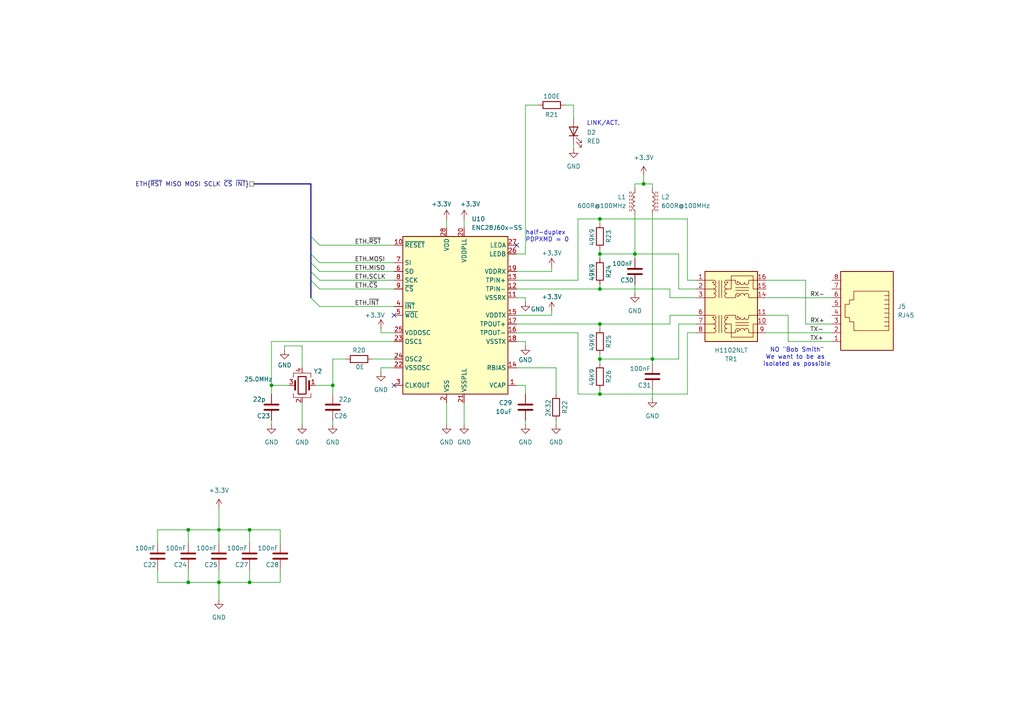
<source format=kicad_sch>
(kicad_sch (version 20250114) (generator "eeschema") (generator_version "9.0")
  (paper "A4")
  (title_block (title "A500 SD plus controller") (date "2025-10-19") (rev "1.0") (company "Dennis van Weeren"))
  (lib_symbols
    (symbol "Connector:RJ45" (pin_names (offset 1.016))
      (property "Reference" "J" (at -5.08 13.97 0))
      (property "Value" "RJ45" (at 2.54 13.97 0))
      (symbol "RJ45_0_1"
        (polyline (pts (xy -6.35 1.905) (xy -5.08 1.905) (xy -5.08 1.905)))
        (polyline (pts (xy -6.35 0.635) (xy -5.08 0.635) (xy -5.08 0.635)))
        (polyline (pts (xy -6.35 -0.635) (xy -5.08 -0.635) (xy -5.08 -0.635)))
        (polyline (pts (xy -6.35 -1.905) (xy -5.08 -1.905) (xy -5.08 -1.905)))
        (polyline (pts (xy -6.35 -3.175) (xy -5.08 -3.175) (xy -5.08 -3.175)))
        (polyline (pts (xy -6.35 -4.445) (xy -6.35 6.985) (xy 3.81 6.985) (xy 3.81 4.445) (xy 5.08 4.445) (xy 5.08 3.175) (xy 6.35 3.175) (xy 6.35 -0.635) (xy 5.08 -0.635) (xy 5.08 -1.905) (xy 3.81 -1.905) (xy 3.81 -4.445) (xy -6.35 -4.445) (xy -6.35 -4.445)))
        (polyline (pts (xy -5.08 5.715) (xy -6.35 5.715)))
        (polyline (pts (xy -5.08 4.445) (xy -6.35 4.445)))
        (polyline (pts (xy -5.08 3.175) (xy -6.35 3.175) (xy -6.35 3.175)))
        (rectangle (start 7.62 12.7) (end -7.62 -10.16) (stroke (width 0.254)) (fill (type background)))
      )
      (symbol "RJ45_1_1"
        (pin passive line (at 10.16 10.16 180) (length 2.54) (name "~") (number "8"))
        (pin passive line (at 10.16 7.62 180) (length 2.54) (name "~") (number "7"))
        (pin passive line (at 10.16 5.08 180) (length 2.54) (name "~") (number "6"))
        (pin passive line (at 10.16 2.54 180) (length 2.54) (name "~") (number "5"))
        (pin passive line (at 10.16 0 180) (length 2.54) (name "~") (number "4"))
        (pin passive line (at 10.16 -2.54 180) (length 2.54) (name "~") (number "3"))
        (pin passive line (at 10.16 -5.08 180) (length 2.54) (name "~") (number "2"))
        (pin passive line (at 10.16 -7.62 180) (length 2.54) (name "~") (number "1"))
      )
    )
    (symbol "Device:C" (pin_numbers (hide yes)) (pin_names (offset 0.254))
      (property "Reference" "C" (at 0.635 2.54 0))
      (property "Value" "C" (at 0.635 -2.54 0))
      (symbol "C_0_1"
        (polyline (pts (xy -2.032 0.762) (xy 2.032 0.762)) (stroke (width 0.508)))
        (polyline (pts (xy -2.032 -0.762) (xy 2.032 -0.762)) (stroke (width 0.508)))
      )
      (symbol "C_1_1"
        (pin passive line (at 0 3.81 270) (length 2.794) (name "~") (number "1"))
        (pin passive line (at 0 -3.81 90) (length 2.794) (name "~") (number "2"))
      )
    )
    (symbol "Device:Crystal_GND24" (pin_names (offset 1.016) (hide yes))
      (property "Reference" "Y" (at 3.175 5.08 0))
      (property "Value" "Crystal_GND24" (at 3.175 3.175 0))
      (symbol "Crystal_GND24_0_1"
        (polyline (pts (xy -2.54 2.286) (xy -2.54 3.556) (xy 2.54 3.556) (xy 2.54 2.286)))
        (polyline (pts (xy -2.54 0) (xy -2.032 0)))
        (polyline (pts (xy -2.54 -2.286) (xy -2.54 -3.556) (xy 2.54 -3.556) (xy 2.54 -2.286)))
        (polyline (pts (xy -2.032 -1.27) (xy -2.032 1.27)) (stroke (width 0.508)))
        (rectangle (start -1.143 2.54) (end 1.143 -2.54) (stroke (width 0.3048)))
        (polyline (pts (xy 0 3.556) (xy 0 3.81)))
        (polyline (pts (xy 0 -3.81) (xy 0 -3.556)))
        (polyline (pts (xy 2.032 0) (xy 2.54 0)))
        (polyline (pts (xy 2.032 -1.27) (xy 2.032 1.27)) (stroke (width 0.508)))
      )
      (symbol "Crystal_GND24_1_1"
        (pin passive line (at -3.81 0 0) (length 1.27) (name "1") (number "1"))
        (pin passive line (at 0 5.08 270) (length 1.27) (name "2") (number "2"))
        (pin passive line (at 0 -5.08 90) (length 1.27) (name "4") (number "4"))
        (pin passive line (at 3.81 0 180) (length 1.27) (name "3") (number "3"))
      )
    )
    (symbol "Device:LED" (pin_numbers (hide yes)) (pin_names (offset 1.016) (hide yes))
      (property "Reference" "D" (at 0 2.54 0))
      (property "Value" "LED" (at 0 -2.54 0))
      (symbol "LED_0_1"
        (polyline (pts (xy -3.048 -0.762) (xy -4.572 -2.286) (xy -3.81 -2.286) (xy -4.572 -2.286) (xy -4.572 -1.524)))
        (polyline (pts (xy -1.778 -0.762) (xy -3.302 -2.286) (xy -2.54 -2.286) (xy -3.302 -2.286) (xy -3.302 -1.524)))
        (polyline (pts (xy -1.27 0) (xy 1.27 0)))
        (polyline (pts (xy -1.27 -1.27) (xy -1.27 1.27)) (stroke (width 0.254)))
        (polyline (pts (xy 1.27 -1.27) (xy 1.27 1.27) (xy -1.27 0) (xy 1.27 -1.27)) (stroke (width 0.254)))
      )
      (symbol "LED_1_1"
        (pin passive line (at -3.81 0 0) (length 2.54) (name "K") (number "1"))
        (pin passive line (at 3.81 0 180) (length 2.54) (name "A") (number "2"))
      )
    )
    (symbol "Device:L_Ferrite" (pin_numbers (hide yes)) (pin_names (offset 1.016) (hide yes))
      (property "Reference" "L" (at -1.27 0 90))
      (property "Value" "L_Ferrite" (at 2.794 0 90))
      (symbol "L_Ferrite_0_1"
        (arc (start 0 2.54) (mid 0.6323 1.905) (end 0 1.27))
        (arc (start 0 1.27) (mid 0.6323 0.635) (end 0 0))
        (arc (start 0 0) (mid 0.6323 -0.635) (end 0 -1.27))
        (arc (start 0 -1.27) (mid 0.6323 -1.905) (end 0 -2.54))
        (polyline (pts (xy 1.016 2.286) (xy 1.016 2.794)))
        (polyline (pts (xy 1.016 1.27) (xy 1.016 1.778)))
        (polyline (pts (xy 1.016 0.254) (xy 1.016 0.762)))
        (polyline (pts (xy 1.016 -0.762) (xy 1.016 -0.254)))
        (polyline (pts (xy 1.016 -1.778) (xy 1.016 -1.27)))
        (polyline (pts (xy 1.016 -2.794) (xy 1.016 -2.286)))
        (polyline (pts (xy 1.524 2.794) (xy 1.524 2.286)))
        (polyline (pts (xy 1.524 1.778) (xy 1.524 1.27)))
        (polyline (pts (xy 1.524 0.762) (xy 1.524 0.254)))
        (polyline (pts (xy 1.524 -0.254) (xy 1.524 -0.762)))
        (polyline (pts (xy 1.524 -1.27) (xy 1.524 -1.778)))
        (polyline (pts (xy 1.524 -2.286) (xy 1.524 -2.794)))
      )
      (symbol "L_Ferrite_1_1"
        (pin passive line (at 0 3.81 270) (length 1.27) (name "1") (number "1"))
        (pin passive line (at 0 -3.81 90) (length 1.27) (name "2") (number "2"))
      )
    )
    (symbol "Device:R" (pin_numbers (hide yes)) (pin_names (offset 0))
      (property "Reference" "R" (at 2.032 0 90))
      (property "Value" "R" (at 0 0 90))
      (symbol "R_0_1"
        (rectangle (start -1.016 -2.54) (end 1.016 2.54) (stroke (width 0.254)))
      )
      (symbol "R_1_1"
        (pin passive line (at 0 3.81 270) (length 1.27) (name "~") (number "1"))
        (pin passive line (at 0 -3.81 90) (length 1.27) (name "~") (number "2"))
      )
    )
    (symbol "Interface_Ethernet:ENC28J60x-SS"
      (property "Reference" "U" (at -13.97 24.13 0))
      (property "Value" "ENC28J60x-SS" (at 5.08 24.13 0))
      (symbol "ENC28J60x-SS_0_1"
        (rectangle (start -15.24 22.86) (end 15.24 -22.86) (stroke (width 0.254)) (fill (type background)))
      )
      (symbol "ENC28J60x-SS_1_1"
        (pin input line (at -17.78 20.32 0) (length 2.54) (name "~{RESET}") (number "10"))
        (pin input line (at -17.78 15.24 0) (length 2.54) (name "SI") (number "7"))
        (pin output line (at -17.78 12.7 0) (length 2.54) (name "SO") (number "6"))
        (pin input line (at -17.78 10.16 0) (length 2.54) (name "SCK") (number "8"))
        (pin input line (at -17.78 7.62 0) (length 2.54) (name "~{CS}") (number "9"))
        (pin output line (at -17.78 2.54 0) (length 2.54) (name "~{INT}") (number "4"))
        (pin output line (at -17.78 0 0) (length 2.54) (name "~{WOL}") (number "5"))
        (pin power_in line (at -17.78 -5.08 0) (length 2.54) (name "VDDOSC") (number "25"))
        (pin input line (at -17.78 -7.62 0) (length 2.54) (name "OSC1") (number "23"))
        (pin input line (at -17.78 -12.7 0) (length 2.54) (name "OSC2") (number "24"))
        (pin power_in line (at -17.78 -15.24 0) (length 2.54) (name "VSSOSC") (number "22"))
        (pin output line (at -17.78 -20.32 0) (length 2.54) (name "CLKOUT") (number "3"))
        (pin power_in line (at -2.54 25.4 270) (length 2.54) (name "VDD") (number "28"))
        (pin power_in line (at -2.54 -25.4 90) (length 2.54) (name "VSS") (number "2"))
        (pin power_in line (at 2.54 25.4 270) (length 2.54) (name "VDDPLL") (number "20"))
        (pin power_in line (at 2.54 -25.4 90) (length 2.54) (name "VSSPLL") (number "21"))
        (pin output line (at 17.78 20.32 180) (length 2.54) (name "LEDA") (number "27"))
        (pin output line (at 17.78 17.78 180) (length 2.54) (name "LEDB") (number "26"))
        (pin power_in line (at 17.78 12.7 180) (length 2.54) (name "VDDRX") (number "19"))
        (pin input line (at 17.78 10.16 180) (length 2.54) (name "TPIN+") (number "13"))
        (pin input line (at 17.78 7.62 180) (length 2.54) (name "TPIN-") (number "12"))
        (pin power_in line (at 17.78 5.08 180) (length 2.54) (name "VSSRX") (number "11"))
        (pin power_in line (at 17.78 0 180) (length 2.54) (name "VDDTX") (number "15"))
        (pin output line (at 17.78 -2.54 180) (length 2.54) (name "TPOUT+") (number "17"))
        (pin output line (at 17.78 -5.08 180) (length 2.54) (name "TPOUT-") (number "16"))
        (pin power_in line (at 17.78 -7.62 180) (length 2.54) (name "VSSTX") (number "18"))
        (pin input line (at 17.78 -15.24 180) (length 2.54) (name "RBIAS") (number "14"))
        (pin input line (at 17.78 -20.32 180) (length 2.54) (name "VCAP") (number "1"))
      )
    )
    (symbol "Transformer:PT61017PEL" (pin_names (hide yes))
      (property "Reference" "TR" (at 0 10.795 0))
      (property "Value" "PT61017PEL" (at 0 -10.795 0))
      (symbol "PT61017PEL_0_1"
        (rectangle (start -7.62 10.16) (end 7.62 -10.16) (stroke (width 0.254)) (fill (type background)))
        (circle (center -5.207 3.175) (radius 0.1778))
        (arc (start -5.08 7.62) (mid -4.4477 6.985) (end -5.08 6.35))
        (polyline (pts (xy -5.08 7.62) (xy -7.62 7.62)))
        (polyline (pts (xy -5.08 5.08) (xy -7.62 5.08)))
        (polyline (pts (xy -5.08 2.54) (xy -7.62 2.54)))
        (polyline (pts (xy -3.556 2.54) (xy -3.556 7.62)))
        (polyline (pts (xy -3.556 -2.54) (xy -3.556 -7.62)))
        (polyline (pts (xy -2.794 7.62) (xy -2.794 2.54)))
        (polyline (pts (xy -2.794 -7.62) (xy -2.794 -2.54)))
        (polyline (pts (xy -1.27 5.08) (xy 0 5.08) (xy 0 8.89) (xy 6.35 8.89) (xy 6.35 5.08) (xy 7.62 5.08)))
        (polyline (pts (xy -1.27 2.54) (xy 1.27 2.54) (xy 1.27 3.175)))
        (polyline (pts (xy 1.27 6.985) (xy 1.27 7.62) (xy -1.27 7.62)))
        (polyline (pts (xy 1.27 5.461) (xy 5.08 5.461)))
        (polyline (pts (xy 1.27 4.699) (xy 5.08 4.699)))
        (polyline (pts (xy 5.08 6.985) (xy 5.08 7.62) (xy 7.62 7.62)))
        (polyline (pts (xy 5.08 3.175) (xy 5.08 2.54) (xy 7.62 2.54)))
      )
      (symbol "PT61017PEL_1_1"
        (circle (center -5.207 -6.985) (radius 0.1778))
        (arc (start -5.08 6.35) (mid -4.4477 5.715) (end -5.08 5.08))
        (arc (start -5.08 5.08) (mid -4.4477 4.445) (end -5.08 3.81))
        (arc (start -5.08 3.81) (mid -4.4477 3.175) (end -5.08 2.54))
        (arc (start -5.08 -2.54) (mid -4.4477 -3.175) (end -5.08 -3.81))
        (arc (start -5.08 -3.81) (mid -4.4477 -4.445) (end -5.08 -5.08))
        (arc (start -5.08 -5.08) (mid -4.4477 -5.715) (end -5.08 -6.35))
        (arc (start -5.08 -6.35) (mid -4.4477 -6.985) (end -5.08 -7.62))
        (polyline (pts (xy -5.08 -2.54) (xy -7.62 -2.54)))
        (polyline (pts (xy -5.08 -5.08) (xy -7.62 -5.08)))
        (polyline (pts (xy -5.08 -7.62) (xy -7.62 -7.62)))
        (polyline (pts (xy -1.27 -7.62) (xy 1.27 -7.62) (xy 1.27 -6.985)))
        (arc (start -1.27 6.35) (mid -1.9023 6.985) (end -1.27 7.62))
        (arc (start -1.27 5.08) (mid -1.9023 5.715) (end -1.27 6.35))
        (arc (start -1.27 3.81) (mid -1.9023 4.445) (end -1.27 5.08))
        (arc (start -1.27 2.54) (mid -1.9023 3.175) (end -1.27 3.81))
        (arc (start -1.27 -3.81) (mid -1.9023 -3.175) (end -1.27 -2.54))
        (arc (start -1.27 -5.08) (mid -1.9023 -4.445) (end -1.27 -3.81))
        (arc (start -1.27 -6.35) (mid -1.9023 -5.715) (end -1.27 -5.08))
        (arc (start -1.27 -7.62) (mid -1.9023 -6.985) (end -1.27 -6.35))
        (circle (center -1.143 3.175) (radius 0.1778))
        (circle (center -1.143 -6.985) (radius 0.1778))
        (polyline (pts (xy 1.27 -3.175) (xy 1.27 -2.54) (xy -1.27 -2.54)))
        (polyline (pts (xy 1.27 -4.699) (xy 5.08 -4.699)))
        (polyline (pts (xy 1.27 -5.461) (xy 5.08 -5.461)))
        (circle (center 1.905 7.112) (radius 0.1778))
        (arc (start 2.54 6.985) (mid 1.905 6.3527) (end 1.27 6.985))
        (arc (start 1.27 3.175) (mid 1.905 3.8073) (end 2.54 3.175))
        (circle (center 1.905 3.048) (radius 0.1778))
        (circle (center 1.905 -3.048) (radius 0.1778))
        (arc (start 2.54 -3.175) (mid 1.905 -3.8073) (end 1.27 -3.175))
        (arc (start 1.27 -6.985) (mid 1.905 -6.3527) (end 2.54 -6.985))
        (circle (center 1.905 -7.112) (radius 0.1778))
        (arc (start 3.81 6.985) (mid 3.175 6.3527) (end 2.54 6.985))
        (arc (start 2.54 3.175) (mid 3.175 3.8073) (end 3.81 3.175))
        (arc (start 3.81 -3.175) (mid 3.175 -3.8073) (end 2.54 -3.175))
        (arc (start 2.54 -6.985) (mid 3.175 -6.3527) (end 3.81 -6.985))
        (arc (start 5.08 6.985) (mid 4.445 6.3527) (end 3.81 6.985))
        (arc (start 3.81 3.175) (mid 4.445 3.8073) (end 5.08 3.175))
        (arc (start 5.08 -3.175) (mid 4.445 -3.8073) (end 3.81 -3.175))
        (arc (start 3.81 -6.985) (mid 4.445 -6.3527) (end 5.08 -6.985))
        (polyline (pts (xy 5.08 -3.175) (xy 5.08 -2.54) (xy 7.62 -2.54)))
        (polyline (pts (xy 5.08 -6.985) (xy 5.08 -7.62) (xy 7.62 -7.62)))
        (polyline (pts (xy 7.62 -5.08) (xy 6.35 -5.08) (xy 6.35 -8.89) (xy 0 -8.89) (xy 0 -5.08) (xy -1.27 -5.08)))
        (pin passive line (at -10.16 7.62 0) (length 2.54) (name "RD-") (number "8"))
        (pin passive line (at -10.16 5.08 0) (length 2.54) (name "C_RD") (number "7"))
        (pin passive line (at -10.16 2.54 0) (length 2.54) (name "RD+") (number "6"))
        (pin passive line (at -10.16 -2.54 0) (length 2.54) (name "TD-") (number "3"))
        (pin passive line (at -10.16 -5.08 0) (length 2.54) (name "C_TD") (number "2"))
        (pin passive line (at -10.16 -7.62 0) (length 2.54) (name "TD+") (number "1"))
        (pin passive line (at 10.16 7.62 180) (length 2.54) (name "RX-") (number "9"))
        (pin passive line (at 10.16 5.08 180) (length 2.54) (name "C_RX") (number "10"))
        (pin passive line (at 10.16 2.54 180) (length 2.54) (name "RX+") (number "11"))
        (pin passive line (at 10.16 -2.54 180) (length 2.54) (name "TX-") (number "14"))
        (pin passive line (at 10.16 -5.08 180) (length 2.54) (name "C_TX") (number "15"))
        (pin passive line (at 10.16 -7.62 180) (length 2.54) (name "TX+") (number "16"))
      )
    )
    (symbol "power:+3.3V" (power) (pin_numbers (hide yes)) (pin_names (offset 0) (hide yes))
      (property "Value" "+3.3V" (at 0 3.556 0))
      (symbol "+3.3V_0_1"
        (polyline (pts (xy -0.762 1.27) (xy 0 2.54)))
        (polyline (pts (xy 0 2.54) (xy 0.762 1.27)))
        (polyline (pts (xy 0 0) (xy 0 2.54)))
      )
      (symbol "+3.3V_1_1"
        (pin power_in line (at 0 0 90) (length 0) (name "~") (number "1"))
      )
    )
    (symbol "power:GND" (power) (pin_numbers (hide yes)) (pin_names (offset 0) (hide yes))
      (property "Value" "GND" (at 0 -3.81 0))
      (symbol "GND_0_1"
        (polyline (pts (xy 0 0) (xy 0 -1.27) (xy 1.27 -1.27) (xy 0 -2.54) (xy -1.27 -1.27) (xy 0 -1.27)))
      )
      (symbol "GND_1_1"
        (pin power_in line (at 0 0 270) (length 0) (name "~") (number "1"))
      )
    )
  )
  (text "LINK/ACT." (at 175.006 35.814 0) (effects (font (size 1.27 1.27))))
  (text "NO \"Bob Smith\"\nWe want to be as \nisolated as possible" (at 231.14 103.632 0) (effects (font (size 1.27 1.27))))
  (text "half-duplex\nPDPXMD = 0" (at 152.4 68.58 0) (effects (font (size 1.27 1.27)) (justify left)))
  (junction (at 54.61 153.67))
  (junction (at 63.5 153.67))
  (junction (at 96.52 111.76))
  (junction (at 72.39 168.91))
  (junction (at 173.99 63.5))
  (junction (at 72.39 153.67))
  (junction (at 78.74 111.76))
  (junction (at 173.99 83.82))
  (junction (at 189.23 104.14))
  (junction (at 173.99 104.14))
  (junction (at 173.99 93.98))
  (junction (at 63.5 168.91))
  (junction (at 173.99 73.66))
  (junction (at 184.15 73.66))
  (junction (at 173.99 114.3))
  (junction (at 186.69 53.34))
  (junction (at 54.61 168.91))
  (no_connect (at 114.3 111.76))
  (no_connect (at 149.86 71.12))
  (no_connect (at 114.3 91.44))
  (bus_entry (at 90.17 78.74) (size 2.54 2.54))
  (bus_entry (at 90.17 86.36) (size 2.54 2.54))
  (bus_entry (at 90.17 81.28) (size 2.54 2.54))
  (bus_entry (at 90.17 73.66) (size 2.54 2.54))
  (bus_entry (at 90.17 68.58) (size 2.54 2.54))
  (bus_entry (at 90.17 76.2) (size 2.54 2.54))
  (wire (pts (xy 201.93 93.98) (xy 196.85 93.98)))
  (wire (pts (xy 45.72 157.48) (xy 45.72 153.67)))
  (wire (pts (xy 54.61 153.67) (xy 54.61 157.48)))
  (wire (pts (xy 160.02 91.44) (xy 160.02 90.17)))
  (wire (pts (xy 186.69 50.8) (xy 186.69 53.34)))
  (wire (pts (xy 196.85 104.14) (xy 189.23 104.14)))
  (wire (pts (xy 173.99 83.82) (xy 194.31 83.82)))
  (wire (pts (xy 184.15 82.55) (xy 184.15 85.09)))
  (wire (pts (xy 173.99 104.14) (xy 173.99 105.41)))
  (wire (pts (xy 233.68 93.98) (xy 241.3 93.98)))
  (wire (pts (xy 228.6 91.44) (xy 228.6 99.06)))
  (wire (pts (xy 134.62 63.5) (xy 134.62 66.04)))
  (wire (pts (xy 222.25 91.44) (xy 228.6 91.44)))
  (wire (pts (xy 194.31 93.98) (xy 173.99 93.98)))
  (wire (pts (xy 110.49 107.95) (xy 110.49 106.68)))
  (wire (pts (xy 160.02 77.47) (xy 160.02 78.74)))
  (wire (pts (xy 228.6 99.06) (xy 241.3 99.06)))
  (wire (pts (xy 96.52 121.92) (xy 96.52 123.19)))
  (wire (pts (xy 189.23 113.03) (xy 189.23 115.57)))
  (wire (pts (xy 114.3 99.06) (xy 78.74 99.06)))
  (wire (pts (xy 149.86 91.44) (xy 160.02 91.44)))
  (wire (pts (xy 152.4 121.92) (xy 152.4 123.19)))
  (wire (pts (xy 78.74 99.06) (xy 78.74 111.76)))
  (wire (pts (xy 173.99 73.66) (xy 173.99 74.93)))
  (wire (pts (xy 82.55 100.33) (xy 87.63 100.33)))
  (wire (pts (xy 63.5 168.91) (xy 72.39 168.91)))
  (wire (pts (xy 54.61 168.91) (xy 63.5 168.91)))
  (wire (pts (xy 167.64 63.5) (xy 173.99 63.5)))
  (wire (pts (xy 173.99 114.3) (xy 199.39 114.3)))
  (wire (pts (xy 173.99 104.14) (xy 189.23 104.14)))
  (wire (pts (xy 110.49 106.68) (xy 114.3 106.68)))
  (wire (pts (xy 222.25 81.28) (xy 233.68 81.28)))
  (wire (pts (xy 54.61 165.1) (xy 54.61 168.91)))
  (wire (pts (xy 72.39 165.1) (xy 72.39 168.91)))
  (wire (pts (xy 173.99 73.66) (xy 184.15 73.66)))
  (wire (pts (xy 149.86 96.52) (xy 167.64 96.52)))
  (wire (pts (xy 82.55 101.6) (xy 82.55 100.33)))
  (wire (pts (xy 134.62 116.84) (xy 134.62 123.19)))
  (wire (pts (xy 173.99 63.5) (xy 173.99 64.77)))
  (wire (pts (xy 194.31 83.82) (xy 194.31 86.36)))
  (wire (pts (xy 167.64 114.3) (xy 173.99 114.3)))
  (wire (pts (xy 222.25 86.36) (xy 241.3 86.36)))
  (wire (pts (xy 167.64 81.28) (xy 167.64 63.5)))
  (wire (pts (xy 194.31 91.44) (xy 194.31 93.98)))
  (wire (pts (xy 81.28 153.67) (xy 81.28 157.48)))
  (wire (pts (xy 78.74 111.76) (xy 83.82 111.76)))
  (bus (pts (xy 90.17 81.28) (xy 90.17 86.36)))
  (wire (pts (xy 92.71 88.9) (xy 114.3 88.9)))
  (wire (pts (xy 196.85 93.98) (xy 196.85 104.14)))
  (wire (pts (xy 96.52 111.76) (xy 96.52 114.3)))
  (wire (pts (xy 233.68 81.28) (xy 233.68 93.98)))
  (wire (pts (xy 45.72 168.91) (xy 54.61 168.91)))
  (wire (pts (xy 92.71 71.12) (xy 114.3 71.12)))
  (wire (pts (xy 152.4 30.48) (xy 156.21 30.48)))
  (wire (pts (xy 161.29 121.92) (xy 161.29 123.19)))
  (wire (pts (xy 92.71 81.28) (xy 114.3 81.28)))
  (wire (pts (xy 166.37 30.48) (xy 166.37 34.29)))
  (wire (pts (xy 63.5 153.67) (xy 63.5 157.48)))
  (bus (pts (xy 90.17 53.34) (xy 90.17 68.58)))
  (bus (pts (xy 73.66 53.34) (xy 90.17 53.34)))
  (wire (pts (xy 166.37 41.91) (xy 166.37 43.18)))
  (wire (pts (xy 129.54 63.5) (xy 129.54 66.04)))
  (wire (pts (xy 184.15 54.61) (xy 184.15 53.34)))
  (wire (pts (xy 189.23 104.14) (xy 189.23 105.41)))
  (bus (pts (xy 90.17 68.58) (xy 90.17 73.66)))
  (wire (pts (xy 173.99 82.55) (xy 173.99 83.82)))
  (wire (pts (xy 189.23 53.34) (xy 189.23 54.61)))
  (wire (pts (xy 184.15 62.23) (xy 184.15 73.66)))
  (wire (pts (xy 63.5 168.91) (xy 63.5 173.99)))
  (wire (pts (xy 194.31 86.36) (xy 201.93 86.36)))
  (wire (pts (xy 152.4 86.36) (xy 152.4 87.63)))
  (wire (pts (xy 92.71 83.82) (xy 114.3 83.82)))
  (wire (pts (xy 45.72 153.67) (xy 54.61 153.67)))
  (wire (pts (xy 78.74 111.76) (xy 78.74 114.3)))
  (wire (pts (xy 87.63 116.84) (xy 87.63 123.19)))
  (wire (pts (xy 63.5 165.1) (xy 63.5 168.91)))
  (wire (pts (xy 149.86 73.66) (xy 152.4 73.66)))
  (wire (pts (xy 63.5 147.32) (xy 63.5 153.67)))
  (wire (pts (xy 163.83 30.48) (xy 166.37 30.48)))
  (wire (pts (xy 196.85 83.82) (xy 201.93 83.82)))
  (wire (pts (xy 149.86 99.06) (xy 152.4 99.06)))
  (bus (pts (xy 90.17 76.2) (xy 90.17 78.74)))
  (wire (pts (xy 96.52 104.14) (xy 96.52 111.76)))
  (wire (pts (xy 152.4 73.66) (xy 152.4 30.48)))
  (wire (pts (xy 91.44 111.76) (xy 96.52 111.76)))
  (wire (pts (xy 149.86 78.74) (xy 160.02 78.74)))
  (wire (pts (xy 81.28 165.1) (xy 81.28 168.91)))
  (wire (pts (xy 173.99 102.87) (xy 173.99 104.14)))
  (wire (pts (xy 199.39 63.5) (xy 199.39 81.28)))
  (wire (pts (xy 149.86 93.98) (xy 173.99 93.98)))
  (wire (pts (xy 173.99 63.5) (xy 199.39 63.5)))
  (wire (pts (xy 129.54 116.84) (xy 129.54 123.19)))
  (wire (pts (xy 173.99 113.03) (xy 173.99 114.3)))
  (wire (pts (xy 72.39 153.67) (xy 81.28 153.67)))
  (wire (pts (xy 189.23 62.23) (xy 189.23 104.14)))
  (wire (pts (xy 72.39 168.91) (xy 81.28 168.91)))
  (bus (pts (xy 90.17 73.66) (xy 90.17 76.2)))
  (wire (pts (xy 110.49 95.25) (xy 110.49 96.52)))
  (wire (pts (xy 54.61 153.67) (xy 63.5 153.67)))
  (wire (pts (xy 167.64 96.52) (xy 167.64 114.3)))
  (wire (pts (xy 149.86 106.68) (xy 161.29 106.68)))
  (wire (pts (xy 149.86 83.82) (xy 173.99 83.82)))
  (wire (pts (xy 196.85 73.66) (xy 196.85 83.82)))
  (wire (pts (xy 173.99 72.39) (xy 173.99 73.66)))
  (wire (pts (xy 184.15 53.34) (xy 186.69 53.34)))
  (wire (pts (xy 149.86 111.76) (xy 152.4 111.76)))
  (wire (pts (xy 161.29 106.68) (xy 161.29 114.3)))
  (wire (pts (xy 184.15 73.66) (xy 196.85 73.66)))
  (wire (pts (xy 152.4 111.76) (xy 152.4 114.3)))
  (wire (pts (xy 72.39 153.67) (xy 72.39 157.48)))
  (wire (pts (xy 199.39 81.28) (xy 201.93 81.28)))
  (wire (pts (xy 45.72 168.91) (xy 45.72 165.1)))
  (wire (pts (xy 173.99 93.98) (xy 173.99 95.25)))
  (wire (pts (xy 152.4 99.06) (xy 152.4 100.33)))
  (wire (pts (xy 184.15 73.66) (xy 184.15 74.93)))
  (wire (pts (xy 92.71 78.74) (xy 114.3 78.74)))
  (wire (pts (xy 199.39 96.52) (xy 201.93 96.52)))
  (wire (pts (xy 222.25 96.52) (xy 241.3 96.52)))
  (wire (pts (xy 110.49 96.52) (xy 114.3 96.52)))
  (wire (pts (xy 186.69 53.34) (xy 189.23 53.34)))
  (wire (pts (xy 107.95 104.14) (xy 114.3 104.14)))
  (wire (pts (xy 87.63 100.33) (xy 87.63 106.68)))
  (wire (pts (xy 63.5 153.67) (xy 72.39 153.67)))
  (wire (pts (xy 201.93 91.44) (xy 194.31 91.44)))
  (wire (pts (xy 149.86 86.36) (xy 152.4 86.36)))
  (wire (pts (xy 78.74 121.92) (xy 78.74 123.19)))
  (wire (pts (xy 92.71 76.2) (xy 114.3 76.2)))
  (wire (pts (xy 100.33 104.14) (xy 96.52 104.14)))
  (bus (pts (xy 90.17 78.74) (xy 90.17 81.28)))
  (wire (pts (xy 199.39 114.3) (xy 199.39 96.52)))
  (wire (pts (xy 149.86 81.28) (xy 167.64 81.28)))
  (label "ETH.~{CS}" (at 102.87 83.82 0))
  (label "ETH.~{INT}" (at 102.87 88.9 0))
  (label "TX-" (at 234.95 96.52 0))
  (label "ETH.MOSI" (at 102.87 76.2 0))
  (label "TX+" (at 234.95 99.06 0))
  (label "RX-" (at 234.95 86.36 0))
  (label "ETH.~{RST}" (at 102.87 71.12 0))
  (label "RX+" (at 234.95 93.98 0))
  (label "ETH.SCLK" (at 102.87 81.28 0))
  (label "ETH.MISO" (at 102.87 78.74 0))
  (hierarchical_label "ETH{~{RST} MISO MOSI SCLK ~{CS} ~{INT}}" (shape passive) (at 73.66 53.34 180))
  (symbol (lib_id "Device:R") (at 173.99 99.06 0) (unit 1)
    (property "Reference" "R25" (at 176.53 99.06 90))
    (property "Value" "49K9" (at 171.704 99.314 90))
    (property "Footprint" "Resistor_SMD:R_0603_1608Metric" (effects (hide yes)))
    (property "Description" "Resistor" (effects (hide yes)))
  )
  (symbol (lib_id "Device:C") (at 96.52 118.11 0) (mirror y) (unit 1)
    (property "Reference" "C26" (at 98.806 120.65 0))
    (property "Value" "22p" (at 100.076 115.824 0))
    (property "Footprint" "Capacitor_SMD:C_0603_1608Metric" (effects (hide yes)))
    (property "Description" "Unpolarized capacitor" (effects (hide yes)))
  )
  (symbol (lib_id "power:GND") (at 152.4 87.63 0) (unit 1)
    (property "Reference" "#PWR070" (effects (hide yes)))
    (property "Value" "GND" (at 155.956 89.662 0))
    (property "Description" "Power symbol creates a global label with name \"GND\" , ground" (effects (hide yes)))
  )
  (symbol (lib_id "power:GND") (at 78.74 123.19 0) (unit 1)
    (property "Reference" "#PWR058" (effects (hide yes)))
    (property "Value" "GND" (at 78.74 128.27 0))
    (property "Description" "Power symbol creates a global label with name \"GND\" , ground" (effects (hide yes)))
  )
  (symbol (lib_id "Device:L_Ferrite") (at 184.15 58.42 0) (mirror y) (unit 1)
    (property "Reference" "L1" (at 181.61 57.1499 0) (effects (justify left)))
    (property "Value" "600R@100MHz" (at 181.61 59.6899 0) (effects (justify left)))
    (property "Footprint" "Inductor_SMD:L_0805_2012Metric" (effects (hide yes)))
    (property "Description" "Inductor with ferrite core" (effects (hide yes)))
    (property "MPN" "GZ2012D601TF" (effects (hide yes)))
  )
  (symbol (lib_id "power:GND") (at 166.37 43.18 0) (unit 1)
    (property "Reference" "#PWR076" (effects (hide yes)))
    (property "Value" "GND" (at 166.37 48.26 0))
    (property "Description" "Power symbol creates a global label with name \"GND\" , ground" (effects (hide yes)))
  )
  (symbol (lib_id "power:GND") (at 184.15 85.09 0) (unit 1)
    (property "Reference" "#PWR077" (effects (hide yes)))
    (property "Value" "GND" (at 184.15 90.17 0))
    (property "Description" "Power symbol creates a global label with name \"GND\" , ground" (effects (hide yes)))
  )
  (symbol (lib_id "Device:C") (at 45.72 161.29 0) (unit 1)
    (property "Reference" "C22" (at 43.434 163.83 0))
    (property "Value" "100nF" (at 42.164 159.004 0))
    (property "Footprint" "Capacitor_SMD:C_0603_1608Metric" (effects (hide yes)))
    (property "Description" "Unpolarized capacitor" (effects (hide yes)))
  )
  (symbol (lib_id "power:+3.3V") (at 129.54 63.5 0) (unit 1)
    (property "Reference" "#PWR066" (effects (hide yes)))
    (property "Value" "+3.3V" (at 128.016 59.182 0))
    (property "Description" "Power symbol creates a global label with name \"+3.3V\"" (effects (hide yes)))
  )
  (symbol (lib_id "Device:LED") (at 166.37 38.1 90) (unit 1)
    (property "Reference" "D2" (at 170.18 38.4174 90) (effects (justify right)))
    (property "Value" "RED" (at 170.18 40.9574 90) (effects (justify right)))
    (property "Footprint" "LED_SMD:LED_0805_2012Metric" (effects (hide yes)))
    (property "Description" "Light emitting diode" (effects (hide yes)))
    (property "Sim.Pins" "1=K 2=A" (effects (hide yes)))
    (property "MPN" "NCD0805R1" (effects (hide yes)))
  )
  (symbol (lib_id "Connector:RJ45") (at 251.46 91.44 0) (mirror y) (unit 1)
    (property "Reference" "J5" (at 260.35 88.8999 0) (effects (justify right)))
    (property "Value" "RJ45" (at 260.35 91.4399 0) (effects (justify right)))
    (property "Footprint" "Library:R-RJ45R08P-A004" (effects (hide yes)))
    (property "Datasheet" "https://jlcpcb.com/api/file/downloadByFileSystemAccessId/8588892083801636864" (effects (hide yes)))
    (property "Description" "RJ connector, 8P8C (8 positions 8 connected)" (effects (hide yes)))
    (property "MPN" "R-RJ45R08P-A004" (effects (hide yes)))
  )
  (symbol (lib_id "power:GND") (at 87.63 123.19 0) (unit 1)
    (property "Reference" "#PWR060" (effects (hide yes)))
    (property "Value" "GND" (at 87.63 128.27 0))
    (property "Description" "Power symbol creates a global label with name \"GND\" , ground" (effects (hide yes)))
  )
  (symbol (lib_id "Device:C") (at 189.23 109.22 0) (unit 1)
    (property "Reference" "C31" (at 186.944 111.76 0))
    (property "Value" "100nF" (at 185.674 106.934 0))
    (property "Footprint" "Capacitor_SMD:C_0603_1608Metric" (effects (hide yes)))
    (property "Description" "Unpolarized capacitor" (effects (hide yes)))
  )
  (symbol (lib_id "power:GND") (at 152.4 123.19 0) (unit 1)
    (property "Reference" "#PWR072" (effects (hide yes)))
    (property "Value" "GND" (at 152.4 128.27 0))
    (property "Description" "Power symbol creates a global label with name \"GND\" , ground" (effects (hide yes)))
  )
  (symbol (lib_id "power:+3.3V") (at 186.69 50.8 0) (unit 1)
    (property "Reference" "#PWR078" (effects (hide yes)))
    (property "Value" "+3.3V" (at 186.69 45.72 0))
    (property "Description" "Power symbol creates a global label with name \"+3.3V\"" (effects (hide yes)))
  )
  (symbol (lib_id "Device:C") (at 81.28 161.29 0) (unit 1)
    (property "Reference" "C28" (at 78.994 163.83 0))
    (property "Value" "100nF" (at 77.724 159.004 0))
    (property "Footprint" "Capacitor_SMD:C_0603_1608Metric" (effects (hide yes)))
    (property "Description" "Unpolarized capacitor" (effects (hide yes)))
  )
  (symbol (lib_id "Device:C") (at 184.15 78.74 0) (unit 1)
    (property "Reference" "C30" (at 181.864 81.28 0))
    (property "Value" "100nF" (at 180.594 76.454 0))
    (property "Footprint" "Capacitor_SMD:C_0603_1608Metric" (effects (hide yes)))
    (property "Description" "Unpolarized capacitor" (effects (hide yes)))
  )
  (symbol (lib_id "Device:R") (at 104.14 104.14 90) (unit 1)
    (property "Reference" "R20" (at 104.14 101.6 90))
    (property "Value" "0E" (at 104.394 106.426 90))
    (property "Footprint" "Resistor_SMD:R_0603_1608Metric" (effects (hide yes)))
    (property "Description" "Resistor" (effects (hide yes)))
  )
  (symbol (lib_id "Device:R") (at 173.99 78.74 0) (unit 1)
    (property "Reference" "R24" (at 176.53 78.74 90))
    (property "Value" "49K9" (at 171.704 78.994 90))
    (property "Footprint" "Resistor_SMD:R_0603_1608Metric" (effects (hide yes)))
    (property "Description" "Resistor" (effects (hide yes)))
  )
  (symbol (lib_id "power:+3.3V") (at 160.02 90.17 0) (unit 1)
    (property "Reference" "#PWR074" (effects (hide yes)))
    (property "Value" "+3.3V" (at 160.02 86.106 0))
    (property "Description" "Power symbol creates a global label with name \"+3.3V\"" (effects (hide yes)))
  )
  (symbol (lib_id "Device:C") (at 78.74 118.11 0) (unit 1)
    (property "Reference" "C23" (at 76.454 120.65 0))
    (property "Value" "22p" (at 75.184 115.824 0))
    (property "Footprint" "Capacitor_SMD:C_0603_1608Metric" (effects (hide yes)))
    (property "Description" "Unpolarized capacitor" (effects (hide yes)))
  )
  (symbol (lib_id "power:+3.3V") (at 110.49 95.25 0) (unit 1)
    (property "Reference" "#PWR064" (effects (hide yes)))
    (property "Value" "+3.3V" (at 108.712 91.44 0))
    (property "Description" "Power symbol creates a global label with name \"+3.3V\"" (effects (hide yes)))
  )
  (symbol (lib_id "power:+3.3V") (at 63.5 147.32 0) (unit 1)
    (property "Reference" "#PWR061" (effects (hide yes)))
    (property "Value" "+3.3V" (at 63.5 142.24 0))
    (property "Description" "Power symbol creates a global label with name \"+3.3V\"" (effects (hide yes)))
  )
  (symbol (lib_id "Device:R") (at 161.29 118.11 0) (unit 1)
    (property "Reference" "R22" (at 163.83 118.11 90))
    (property "Value" "2K32" (at 159.004 118.364 90))
    (property "Footprint" "Resistor_SMD:R_0603_1608Metric" (effects (hide yes)))
    (property "Description" "Resistor" (effects (hide yes)))
  )
  (symbol (lib_id "Device:R") (at 173.99 109.22 0) (unit 1)
    (property "Reference" "R26" (at 176.53 109.22 90))
    (property "Value" "49K9" (at 171.704 109.474 90))
    (property "Footprint" "Resistor_SMD:R_0603_1608Metric" (effects (hide yes)))
    (property "Description" "Resistor" (effects (hide yes)))
  )
  (symbol (lib_id "power:GND") (at 129.54 123.19 0) (unit 1)
    (property "Reference" "#PWR067" (effects (hide yes)))
    (property "Value" "GND" (at 129.54 128.27 0))
    (property "Description" "Power symbol creates a global label with name \"GND\" , ground" (effects (hide yes)))
  )
  (symbol (lib_id "power:GND") (at 134.62 123.19 0) (unit 1)
    (property "Reference" "#PWR069" (effects (hide yes)))
    (property "Value" "GND" (at 134.62 128.27 0))
    (property "Description" "Power symbol creates a global label with name \"GND\" , ground" (effects (hide yes)))
  )
  (symbol (lib_id "power:GND") (at 152.4 100.33 0) (unit 1)
    (property "Reference" "#PWR071" (effects (hide yes)))
    (property "Value" "GND" (at 152.4 104.394 0))
    (property "Description" "Power symbol creates a global label with name \"GND\" , ground" (effects (hide yes)))
  )
  (symbol (lib_id "power:GND") (at 189.23 115.57 0) (unit 1)
    (property "Reference" "#PWR079" (effects (hide yes)))
    (property "Value" "GND" (at 189.23 120.65 0))
    (property "Description" "Power symbol creates a global label with name \"GND\" , ground" (effects (hide yes)))
  )
  (symbol (lib_id "power:+3.3V") (at 134.62 63.5 0) (unit 1)
    (property "Reference" "#PWR068" (effects (hide yes)))
    (property "Value" "+3.3V" (at 136.398 59.182 0))
    (property "Description" "Power symbol creates a global label with name \"+3.3V\"" (effects (hide yes)))
  )
  (symbol (lib_id "Device:C") (at 63.5 161.29 0) (unit 1)
    (property "Reference" "C25" (at 61.214 163.83 0))
    (property "Value" "100nF" (at 59.944 159.004 0))
    (property "Footprint" "Capacitor_SMD:C_0603_1608Metric" (effects (hide yes)))
    (property "Description" "Unpolarized capacitor" (effects (hide yes)))
  )
  (symbol (lib_id "Device:C") (at 152.4 118.11 0) (mirror x) (unit 1)
    (property "Reference" "C29" (at 148.59 116.8399 0) (effects (justify right)))
    (property "Value" "10uF" (at 148.59 119.3799 0) (effects (justify right)))
    (property "Footprint" "Capacitor_SMD:C_0805_2012Metric" (effects (hide yes)))
    (property "Description" "Unpolarized capacitor" (effects (hide yes)))
  )
  (symbol (lib_id "power:GND") (at 82.55 101.6 0) (unit 1)
    (property "Reference" "#PWR059" (effects (hide yes)))
    (property "Value" "GND" (at 82.55 105.918 0))
    (property "Description" "Power symbol creates a global label with name \"GND\" , ground" (effects (hide yes)))
  )
  (symbol (lib_id "Transformer:PT61017PEL") (at 212.09 88.9 0) (mirror x) (unit 1)
    (property "Reference" "TR1" (at 212.09 104.14 0))
    (property "Value" "H1102NLT" (at 212.09 101.6 0))
    (property "Footprint" "Transformer_SMD:Transformer_Ethernet_Bourns_PT61017PEL" (effects (hide yes)))
    (property "Datasheet" "https://www.yageogroup.com/products/Inductors/part/h1102nlt" (effects (hide yes)))
    (property "Description" "Ethernet LAN 10/100 Base-Tx Transformer with Center Taps" (effects (hide yes)))
  )
  (symbol (lib_id "power:GND") (at 110.49 107.95 0) (unit 1)
    (property "Reference" "#PWR065" (effects (hide yes)))
    (property "Value" "GND" (at 110.49 113.03 0))
    (property "Description" "Power symbol creates a global label with name \"GND\" , ground" (effects (hide yes)))
  )
  (symbol (lib_id "Device:R") (at 173.99 68.58 0) (unit 1)
    (property "Reference" "R23" (at 176.53 68.58 90))
    (property "Value" "49K9" (at 171.704 68.834 90))
    (property "Footprint" "Resistor_SMD:R_0603_1608Metric" (effects (hide yes)))
    (property "Description" "Resistor" (effects (hide yes)))
  )
  (symbol (lib_id "Device:R") (at 160.02 30.48 90) (unit 1)
    (property "Reference" "R21" (at 160.02 33.274 90))
    (property "Value" "100E" (at 160.02 27.94 90))
    (property "Footprint" "Resistor_SMD:R_0603_1608Metric" (effects (hide yes)))
    (property "Description" "Resistor" (effects (hide yes)))
  )
  (symbol (lib_id "power:GND") (at 63.5 173.99 0) (unit 1)
    (property "Reference" "#PWR062" (effects (hide yes)))
    (property "Value" "GND" (at 63.5 179.07 0))
    (property "Description" "Power symbol creates a global label with name \"GND\" , ground" (effects (hide yes)))
  )
  (symbol (lib_id "power:GND") (at 161.29 123.19 0) (unit 1)
    (property "Reference" "#PWR075" (effects (hide yes)))
    (property "Value" "GND" (at 161.29 128.27 0))
    (property "Description" "Power symbol creates a global label with name \"GND\" , ground" (effects (hide yes)))
  )
  (symbol (lib_id "Device:L_Ferrite") (at 189.23 58.42 0) (unit 1)
    (property "Reference" "L2" (at 191.77 57.1499 0) (effects (justify left)))
    (property "Value" "600R@100MHz" (at 191.77 59.6899 0) (effects (justify left)))
    (property "Footprint" "Inductor_SMD:L_0805_2012Metric" (effects (hide yes)))
    (property "Description" "Inductor with ferrite core" (effects (hide yes)))
    (property "MPN" "GZ2012D601TF" (effects (hide yes)))
  )
  (symbol (lib_id "Device:C") (at 72.39 161.29 0) (unit 1)
    (property "Reference" "C27" (at 70.104 163.83 0))
    (property "Value" "100nF" (at 68.834 159.004 0))
    (property "Footprint" "Capacitor_SMD:C_0603_1608Metric" (effects (hide yes)))
    (property "Description" "Unpolarized capacitor" (effects (hide yes)))
  )
  (symbol (lib_id "power:GND") (at 96.52 123.19 0) (unit 1)
    (property "Reference" "#PWR063" (effects (hide yes)))
    (property "Value" "GND" (at 96.52 128.27 0))
    (property "Description" "Power symbol creates a global label with name \"GND\" , ground" (effects (hide yes)))
  )
  (symbol (lib_id "Device:Crystal_GND24") (at 87.63 111.76 180) (unit 1)
    (property "Reference" "Y2" (at 92.202 107.696 0))
    (property "Value" "25.0MHz" (at 74.93 109.982 0))
    (property "Footprint" "Crystal:Crystal_SMD_SeikoEpson_FA238V-4Pin_3.2x2.5mm" (effects (hide yes)))
    (property "Description" "Four pin crystal, GND on pins 2 and 4" (effects (hide yes)))
    (property "MPN" "X322525MOB4SI" (effects (hide yes)))
  )
  (symbol (lib_id "power:+3.3V") (at 160.02 77.47 0) (unit 1)
    (property "Reference" "#PWR073" (effects (hide yes)))
    (property "Value" "+3.3V" (at 160.02 73.406 0))
    (property "Description" "Power symbol creates a global label with name \"+3.3V\"" (effects (hide yes)))
  )
  (symbol (lib_id "Device:C") (at 54.61 161.29 0) (unit 1)
    (property "Reference" "C24" (at 52.324 163.83 0))
    (property "Value" "100nF" (at 51.054 159.004 0))
    (property "Footprint" "Capacitor_SMD:C_0603_1608Metric" (effects (hide yes)))
    (property "Description" "Unpolarized capacitor" (effects (hide yes)))
  )
  (symbol (lib_id "Interface_Ethernet:ENC28J60x-SS") (at 132.08 91.44 0) (unit 1)
    (property "Reference" "U10" (at 136.7633 63.5 0) (effects (justify left)))
    (property "Value" "ENC28J60x-SS" (at 136.7633 66.04 0) (effects (justify left)))
    (property "Footprint" "Package_SO:SSOP-28_5.3x10.2mm_P0.65mm" (effects (hide yes)))
    (property "Datasheet" "http://ww1.microchip.com/downloads/en/devicedoc/39662e.pdf" (effects (hide yes)))
    (property "Description" "ENC28J60 Single Chip Ethernet Interface, SSOP-28" (effects (hide yes)))
  )
)
</source>
